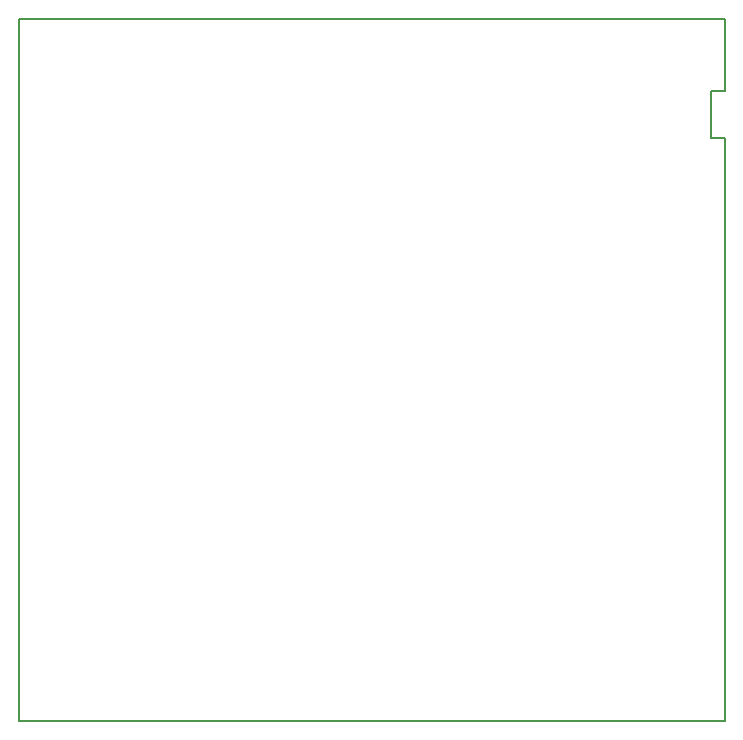
<source format=gbr>
G04 #@! TF.FileFunction,Profile,NP*
%FSLAX46Y46*%
G04 Gerber Fmt 4.6, Leading zero omitted, Abs format (unit mm)*
G04 Created by KiCad (PCBNEW 4.0.6) date Sunday, July 23, 2017 'AMt' 01:12:39 AM*
%MOMM*%
%LPD*%
G01*
G04 APERTURE LIST*
%ADD10C,0.100000*%
%ADD11C,0.150000*%
G04 APERTURE END LIST*
D10*
D11*
X169672000Y-81627000D02*
X169672000Y-131027000D01*
X168472000Y-81627000D02*
X169672000Y-81627000D01*
X168472000Y-77627000D02*
X168472000Y-81627000D01*
X169672000Y-77627000D02*
X168472000Y-77627000D01*
X169672000Y-73527000D02*
X169672000Y-77627000D01*
X109872000Y-131027000D02*
X169672000Y-131027000D01*
X109872000Y-71527000D02*
X109872000Y-131027000D01*
X169672000Y-71527000D02*
X109872000Y-71527000D01*
X169672000Y-73527000D02*
X169672000Y-71527000D01*
M02*

</source>
